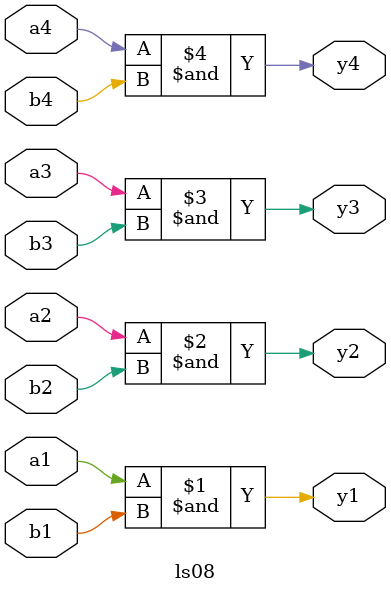
<source format=sv>

/*     _____________
     _|             |_
a1  |_|1          14|_| VCC
     _|             |_                     
b1  |_|2          13|_| a4
     _|             |_
y1  |_|3          12|_| b4
     _|             |_
a2  |_|4          11|_| y4
     _|             |_
b2  |_|5          10|_| a3
     _|             |_
y2  |_|6           9|_| b3
     _|             |_
GND |_|7           8|_| y3
      |_____________|
*/

module ls08
(
	input  a1, a2, a3, a4,
	input  b1, b2, b3, b4,
	output y1, y2, y3, y4
);

assign y1 = a1 & b1;
assign y2 = a2 & b2;
assign y3 = a3 & b3;
assign y4 = a4 & b4;
	
endmodule

</source>
